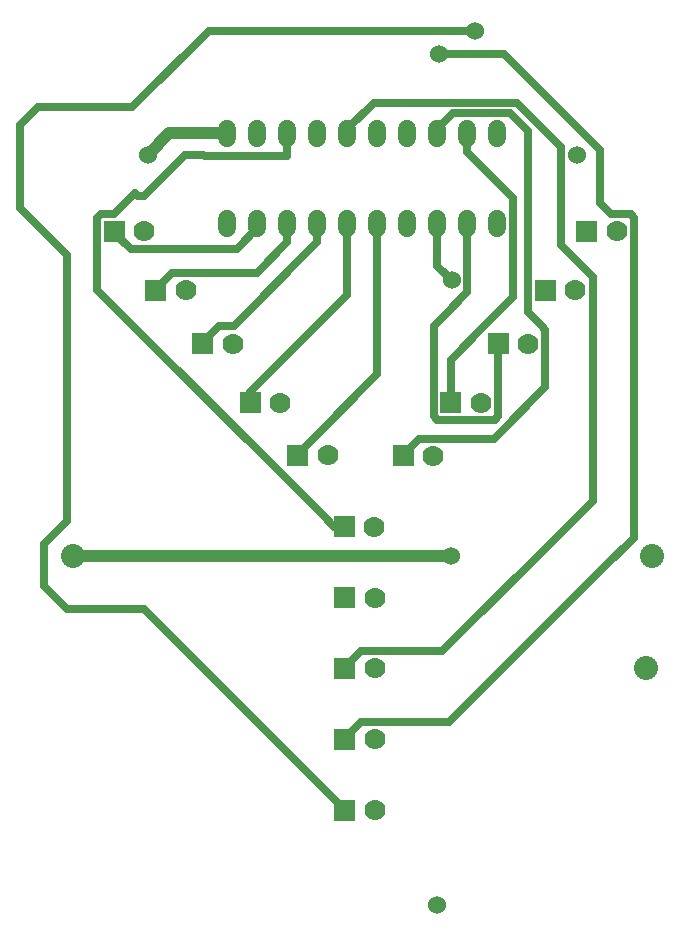
<source format=gbr>
G04 start of page 7 for group 5 idx 5 *
G04 Title: (unknown), bottom *
G04 Creator: pcb 20110918 *
G04 CreationDate: Fri 07 Mar 2014 07:56:38 PM GMT UTC *
G04 For: vince *
G04 Format: Gerber/RS-274X *
G04 PCB-Dimensions: 236220 354331 *
G04 PCB-Coordinate-Origin: lower left *
%MOIN*%
%FSLAX25Y25*%
%LNBOTTOM*%
%ADD68C,0.0280*%
%ADD67C,0.0500*%
%ADD66C,0.1260*%
%ADD65C,0.2600*%
%ADD64C,0.0350*%
%ADD63C,0.0700*%
%ADD62C,0.0001*%
%ADD61C,0.0800*%
%ADD60C,0.0600*%
%ADD59C,0.0400*%
%ADD58C,0.0250*%
G54D58*X93426Y308776D02*Y303901D01*
X122176Y320526D02*X113426Y311776D01*
Y310276D01*
X169926Y320526D02*X184577Y305875D01*
X167551Y317026D02*X173653Y310924D01*
X166801Y290526D02*X168676Y288651D01*
X148676Y317026D02*X143426Y311776D01*
X153426Y308776D02*Y303901D01*
X143426Y311776D02*Y310276D01*
X167551Y317026D02*X148676D01*
X169926Y320526D02*X122176D01*
X155787Y344491D02*X67227D01*
X41643Y318907D01*
X153426Y303901D02*X166801Y290526D01*
X93426Y303778D02*Y302548D01*
X208929Y282204D02*Y175542D01*
X195153Y262524D02*Y187786D01*
X163665Y236687D02*Y215882D01*
X179409Y225751D02*X162164Y208506D01*
X163426Y278776D02*Y280276D01*
X178284Y245937D02*X179409Y244812D01*
Y225751D01*
X173653Y250568D02*X178284Y245937D01*
X173653Y310924D02*Y250568D01*
X194028Y263649D02*X195153Y262524D01*
X207804Y283329D02*X208929Y282204D01*
X207804Y283329D02*X201286D01*
X197577Y287038D02*X201286Y283329D01*
X184577Y273100D02*X194028Y263649D01*
X184577Y305875D02*Y273100D01*
X197577Y304788D02*Y287038D01*
Y304788D02*X165746Y336619D01*
X153426Y278776D02*Y257274D01*
X145589Y249437D02*X142165Y246013D01*
X143426Y266149D02*X148176Y261399D01*
X153426Y257274D02*X145589Y249437D01*
X163659Y240187D02*Y236687D01*
Y240187D02*Y236687D01*
Y240187D02*Y236687D01*
Y240187D02*Y236687D01*
Y240187D02*Y236687D01*
X168676Y255579D02*X159034Y245937D01*
X163659Y236687D02*X163665D01*
X163659D02*X163665D01*
X163659D02*X163665D01*
X163659D02*X163665D01*
X163659D01*
X159034Y245937D02*X147915Y234818D01*
Y220507D01*
X142165Y246013D02*Y215882D01*
X168676Y288651D02*Y255579D01*
X165746Y336619D02*X143979D01*
X182909Y175542D02*X145007Y137640D01*
X208929Y175542D02*X198653Y165266D01*
X137423Y208506D02*X132048Y203131D01*
Y202756D01*
X112520Y108643D02*Y108268D01*
X45539Y151627D02*X112520Y84646D01*
X198653Y165266D02*X147405Y114018D01*
X117895Y137640D02*X112520Y132265D01*
X117895Y114018D02*X112520Y108643D01*
X147405Y114018D02*X117895D01*
X145007Y137640D02*X117895D01*
X112520Y132265D02*Y131890D01*
X195153Y187786D02*X182909Y175542D01*
X105520Y182634D02*X109020Y179134D01*
X102147Y208664D02*X96772Y203289D01*
X83259Y226257D02*X81009Y224007D01*
X96772Y203289D02*Y202914D01*
X81003Y220507D02*Y224007D01*
Y220507D02*Y224007D01*
Y220507D01*
Y224007D02*X81009D01*
X81003D02*X81009D01*
X81003D01*
X112363Y179134D02*X109020D01*
X112363D02*X109020D01*
X112363D02*X109020D01*
X162540Y214757D02*X143290D01*
X162164Y208506D02*X137423D01*
X163665Y215882D02*X162540Y214757D01*
X123426Y229943D02*X102147Y208664D01*
X142165Y215882D02*X143290Y214757D01*
G54D59*X90843Y169339D02*X147915D01*
X90843D02*X90796Y169292D01*
G54D58*X143426Y278776D02*Y266149D01*
X123426Y278776D02*Y229943D01*
X113426Y278776D02*Y256424D01*
X103426Y278776D02*Y273901D01*
X93426Y278776D02*Y273901D01*
X113426Y256424D02*X83259Y226257D01*
X83426Y280276D02*Y278776D01*
X73426D02*Y280276D01*
Y281776D01*
Y280276D01*
X70634Y245937D02*X65259Y240562D01*
X54890Y263649D02*X49515Y258274D01*
X83174Y263649D02*X54890D01*
X75462Y245937D02*X70634D01*
X49515Y258274D02*Y257899D01*
X83426Y278776D02*X76479Y271829D01*
X93426Y273901D02*X83174Y263649D01*
X103426Y273901D02*X75462Y245937D01*
X65259Y240562D02*Y240187D01*
X29989Y258165D02*X105520Y182634D01*
G54D59*X90796Y169292D02*X21969D01*
G54D58*X19995Y269707D02*Y181147D01*
X12123Y173275D01*
Y159499D01*
X19995Y151627D01*
X45539D01*
X42701Y290526D02*X39213Y287038D01*
X31114Y283329D02*X29989Y282204D01*
X35504Y283329D02*X31114D01*
X39213Y287038D02*X35504Y283329D01*
X45579Y289387D02*X43611D01*
X42587Y290411D01*
X76479Y271829D02*X41114D01*
X35739Y277579D02*Y277204D01*
X29989Y282204D02*Y258165D01*
X35739Y277204D02*X41114Y271829D01*
G54D59*X54076Y310276D02*X46963Y303163D01*
G54D58*X59355D02*X45579Y289387D01*
X93426Y302548D02*X65874D01*
X65259Y303163D01*
X59355D01*
G54D59*X73426Y310276D02*X54076D01*
G54D58*X41643Y318907D02*X10155D01*
X4251Y313003D01*
Y285451D01*
X19995Y269707D01*
G54D60*X93426Y280276D03*
X103426D03*
X113426D03*
Y310276D03*
X103426D03*
X93426D03*
X83426D03*
X73426D03*
X46963Y303163D03*
G54D61*X21969Y169292D03*
G54D60*X123426Y280276D03*
X133426D03*
X143426D03*
X153426D03*
X163426D03*
Y310276D03*
X153426D03*
X143426D03*
X133426D03*
X123426D03*
X189827Y303163D03*
G54D61*X212914Y131890D03*
X214882Y169292D03*
G54D60*X143426Y53150D03*
G54D62*G36*
X109020Y159012D02*Y152012D01*
X116020D01*
Y159012D01*
X109020D01*
G37*
G54D63*X122520Y155512D03*
G54D62*G36*
X109020Y135390D02*Y128390D01*
X116020D01*
Y135390D01*
X109020D01*
G37*
G54D63*X122520Y131890D03*
G54D62*G36*
X109020Y111768D02*Y104768D01*
X116020D01*
Y111768D01*
X109020D01*
G37*
G54D63*X122520Y108268D03*
G54D62*G36*
X109020Y88146D02*Y81146D01*
X116020D01*
Y88146D01*
X109020D01*
G37*
G54D63*X122520Y84646D03*
G54D62*G36*
X108863Y182634D02*Y175634D01*
X115863D01*
Y182634D01*
X108863D01*
G37*
G36*
X93272Y206414D02*Y199414D01*
X100272D01*
Y206414D01*
X93272D01*
G37*
G54D63*X106772Y202914D03*
X91003Y220507D03*
X122363Y179134D03*
G54D62*G36*
X128548Y206256D02*Y199256D01*
X135548D01*
Y206256D01*
X128548D01*
G37*
G54D63*X142048Y202756D03*
G54D62*G36*
X144415Y224007D02*Y217007D01*
X151415D01*
Y224007D01*
X144415D01*
G37*
G54D63*X157915Y220507D03*
G54D62*G36*
X160159Y243687D02*Y236687D01*
X167159D01*
Y243687D01*
X160159D01*
G37*
G54D63*X173659Y240187D03*
G54D62*G36*
X175903Y261399D02*Y254399D01*
X182903D01*
Y261399D01*
X175903D01*
G37*
G54D63*X189403Y257899D03*
G54D62*G36*
X189679Y281079D02*Y274079D01*
X196679D01*
Y281079D01*
X189679D01*
G37*
G54D63*X203179Y277579D03*
G54D60*X73426Y280276D03*
X83426D03*
G54D62*G36*
X77503Y224007D02*Y217007D01*
X84503D01*
Y224007D01*
X77503D01*
G37*
G36*
X61759Y243687D02*Y236687D01*
X68759D01*
Y243687D01*
X61759D01*
G37*
G54D63*X75259Y240187D03*
G54D62*G36*
X46015Y261399D02*Y254399D01*
X53015D01*
Y261399D01*
X46015D01*
G37*
G54D63*X59515Y257899D03*
G54D62*G36*
X32239Y281079D02*Y274079D01*
X39239D01*
Y281079D01*
X32239D01*
G37*
G54D63*X45739Y277579D03*
G54D60*X123426Y281776D02*Y278776D01*
X133426Y281776D02*Y278776D01*
X143426Y281776D02*Y278776D01*
X153426Y281776D02*Y278776D01*
X93426Y281776D02*Y278776D01*
X103426Y281776D02*Y278776D01*
X73426Y281776D02*Y278776D01*
X83426Y281776D02*Y278776D01*
X113426Y281776D02*Y278776D01*
X163426Y281776D02*Y278776D01*
Y311776D02*Y308776D01*
X153426Y311776D02*Y308776D01*
X143426Y311776D02*Y308776D01*
X133426Y311776D02*Y308776D01*
X123426Y311776D02*Y308776D01*
X113426Y311776D02*Y308776D01*
X103426Y311776D02*Y308776D01*
X93426Y311776D02*Y308776D01*
X83426Y311776D02*Y308776D01*
X73426Y311776D02*Y308776D01*
X143979Y336619D03*
X148176Y261399D03*
X147915Y169339D03*
X155787Y344491D03*
G54D64*G54D65*G54D66*G54D67*G54D64*G54D65*G54D67*G54D64*G54D65*G54D68*G54D66*G54D68*G54D64*G54D68*M02*

</source>
